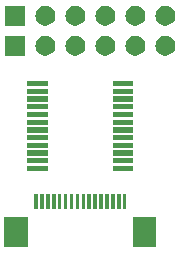
<source format=gbr>
%TF.GenerationSoftware,KiCad,Pcbnew,8.0.8-8.0.8-0~ubuntu24.04.1*%
%TF.CreationDate,2025-03-22T16:56:25+00:00*%
%TF.ProjectId,FSRrayDMUX-ADC,46535272-6179-4444-9d55-582d4144432e,rev?*%
%TF.SameCoordinates,Original*%
%TF.FileFunction,Soldermask,Top*%
%TF.FilePolarity,Negative*%
%FSLAX46Y46*%
G04 Gerber Fmt 4.6, Leading zero omitted, Abs format (unit mm)*
G04 Created by KiCad (PCBNEW 8.0.8-8.0.8-0~ubuntu24.04.1) date 2025-03-22 16:56:25*
%MOMM*%
%LPD*%
G01*
G04 APERTURE LIST*
G04 APERTURE END LIST*
G36*
X149560000Y-142540000D02*
G01*
X147560000Y-142540000D01*
X147560000Y-140040000D01*
X149560000Y-140040000D01*
X149560000Y-142540000D01*
G37*
G36*
X160440000Y-142540000D02*
G01*
X158440000Y-142540000D01*
X158440000Y-140040000D01*
X160440000Y-140040000D01*
X160440000Y-142540000D01*
G37*
G36*
X150400000Y-139335000D02*
G01*
X150100000Y-139335000D01*
X150100000Y-138085000D01*
X150400000Y-138085000D01*
X150400000Y-139335000D01*
G37*
G36*
X150900000Y-139335000D02*
G01*
X150600000Y-139335000D01*
X150600000Y-138085000D01*
X150900000Y-138085000D01*
X150900000Y-139335000D01*
G37*
G36*
X151400000Y-139335000D02*
G01*
X151100000Y-139335000D01*
X151100000Y-138085000D01*
X151400000Y-138085000D01*
X151400000Y-139335000D01*
G37*
G36*
X151900000Y-139335000D02*
G01*
X151600000Y-139335000D01*
X151600000Y-138085000D01*
X151900000Y-138085000D01*
X151900000Y-139335000D01*
G37*
G36*
X152400000Y-139335000D02*
G01*
X152100000Y-139335000D01*
X152100000Y-138085000D01*
X152400000Y-138085000D01*
X152400000Y-139335000D01*
G37*
G36*
X152900000Y-139335000D02*
G01*
X152600000Y-139335000D01*
X152600000Y-138085000D01*
X152900000Y-138085000D01*
X152900000Y-139335000D01*
G37*
G36*
X153400000Y-139335000D02*
G01*
X153100000Y-139335000D01*
X153100000Y-138085000D01*
X153400000Y-138085000D01*
X153400000Y-139335000D01*
G37*
G36*
X153900000Y-139335000D02*
G01*
X153600000Y-139335000D01*
X153600000Y-138085000D01*
X153900000Y-138085000D01*
X153900000Y-139335000D01*
G37*
G36*
X154400000Y-139335000D02*
G01*
X154100000Y-139335000D01*
X154100000Y-138085000D01*
X154400000Y-138085000D01*
X154400000Y-139335000D01*
G37*
G36*
X154900000Y-139335000D02*
G01*
X154600000Y-139335000D01*
X154600000Y-138085000D01*
X154900000Y-138085000D01*
X154900000Y-139335000D01*
G37*
G36*
X155400000Y-139335000D02*
G01*
X155100000Y-139335000D01*
X155100000Y-138085000D01*
X155400000Y-138085000D01*
X155400000Y-139335000D01*
G37*
G36*
X155900000Y-139335000D02*
G01*
X155600000Y-139335000D01*
X155600000Y-138085000D01*
X155900000Y-138085000D01*
X155900000Y-139335000D01*
G37*
G36*
X156400000Y-139335000D02*
G01*
X156100000Y-139335000D01*
X156100000Y-138085000D01*
X156400000Y-138085000D01*
X156400000Y-139335000D01*
G37*
G36*
X156900000Y-139335000D02*
G01*
X156600000Y-139335000D01*
X156600000Y-138085000D01*
X156900000Y-138085000D01*
X156900000Y-139335000D01*
G37*
G36*
X157400000Y-139335000D02*
G01*
X157100000Y-139335000D01*
X157100000Y-138085000D01*
X157400000Y-138085000D01*
X157400000Y-139335000D01*
G37*
G36*
X157900000Y-139335000D02*
G01*
X157600000Y-139335000D01*
X157600000Y-138085000D01*
X157900000Y-138085000D01*
X157900000Y-139335000D01*
G37*
G36*
X151275000Y-136100000D02*
G01*
X149525000Y-136100000D01*
X149525000Y-135650000D01*
X151275000Y-135650000D01*
X151275000Y-136100000D01*
G37*
G36*
X158475000Y-136100000D02*
G01*
X156725000Y-136100000D01*
X156725000Y-135650000D01*
X158475000Y-135650000D01*
X158475000Y-136100000D01*
G37*
G36*
X151275000Y-135450000D02*
G01*
X149525000Y-135450000D01*
X149525000Y-135000000D01*
X151275000Y-135000000D01*
X151275000Y-135450000D01*
G37*
G36*
X158475000Y-135450000D02*
G01*
X156725000Y-135450000D01*
X156725000Y-135000000D01*
X158475000Y-135000000D01*
X158475000Y-135450000D01*
G37*
G36*
X151275000Y-134800000D02*
G01*
X149525000Y-134800000D01*
X149525000Y-134350000D01*
X151275000Y-134350000D01*
X151275000Y-134800000D01*
G37*
G36*
X158475000Y-134800000D02*
G01*
X156725000Y-134800000D01*
X156725000Y-134350000D01*
X158475000Y-134350000D01*
X158475000Y-134800000D01*
G37*
G36*
X151275000Y-134150000D02*
G01*
X149525000Y-134150000D01*
X149525000Y-133700000D01*
X151275000Y-133700000D01*
X151275000Y-134150000D01*
G37*
G36*
X158475000Y-134150000D02*
G01*
X156725000Y-134150000D01*
X156725000Y-133700000D01*
X158475000Y-133700000D01*
X158475000Y-134150000D01*
G37*
G36*
X151275000Y-133500000D02*
G01*
X149525000Y-133500000D01*
X149525000Y-133050000D01*
X151275000Y-133050000D01*
X151275000Y-133500000D01*
G37*
G36*
X158475000Y-133500000D02*
G01*
X156725000Y-133500000D01*
X156725000Y-133050000D01*
X158475000Y-133050000D01*
X158475000Y-133500000D01*
G37*
G36*
X151275000Y-132850000D02*
G01*
X149525000Y-132850000D01*
X149525000Y-132400000D01*
X151275000Y-132400000D01*
X151275000Y-132850000D01*
G37*
G36*
X158475000Y-132850000D02*
G01*
X156725000Y-132850000D01*
X156725000Y-132400000D01*
X158475000Y-132400000D01*
X158475000Y-132850000D01*
G37*
G36*
X151275000Y-132200000D02*
G01*
X149525000Y-132200000D01*
X149525000Y-131750000D01*
X151275000Y-131750000D01*
X151275000Y-132200000D01*
G37*
G36*
X158475000Y-132200000D02*
G01*
X156725000Y-132200000D01*
X156725000Y-131750000D01*
X158475000Y-131750000D01*
X158475000Y-132200000D01*
G37*
G36*
X151275000Y-131550000D02*
G01*
X149525000Y-131550000D01*
X149525000Y-131100000D01*
X151275000Y-131100000D01*
X151275000Y-131550000D01*
G37*
G36*
X158475000Y-131550000D02*
G01*
X156725000Y-131550000D01*
X156725000Y-131100000D01*
X158475000Y-131100000D01*
X158475000Y-131550000D01*
G37*
G36*
X151275000Y-130900000D02*
G01*
X149525000Y-130900000D01*
X149525000Y-130450000D01*
X151275000Y-130450000D01*
X151275000Y-130900000D01*
G37*
G36*
X158475000Y-130900000D02*
G01*
X156725000Y-130900000D01*
X156725000Y-130450000D01*
X158475000Y-130450000D01*
X158475000Y-130900000D01*
G37*
G36*
X151275000Y-130250000D02*
G01*
X149525000Y-130250000D01*
X149525000Y-129800000D01*
X151275000Y-129800000D01*
X151275000Y-130250000D01*
G37*
G36*
X158475000Y-130250000D02*
G01*
X156725000Y-130250000D01*
X156725000Y-129800000D01*
X158475000Y-129800000D01*
X158475000Y-130250000D01*
G37*
G36*
X151275000Y-129600000D02*
G01*
X149525000Y-129600000D01*
X149525000Y-129150000D01*
X151275000Y-129150000D01*
X151275000Y-129600000D01*
G37*
G36*
X158475000Y-129600000D02*
G01*
X156725000Y-129600000D01*
X156725000Y-129150000D01*
X158475000Y-129150000D01*
X158475000Y-129600000D01*
G37*
G36*
X151275000Y-128950000D02*
G01*
X149525000Y-128950000D01*
X149525000Y-128500000D01*
X151275000Y-128500000D01*
X151275000Y-128950000D01*
G37*
G36*
X158475000Y-128950000D02*
G01*
X156725000Y-128950000D01*
X156725000Y-128500000D01*
X158475000Y-128500000D01*
X158475000Y-128950000D01*
G37*
G36*
X149350000Y-126350000D02*
G01*
X147650000Y-126350000D01*
X147650000Y-124650000D01*
X149350000Y-124650000D01*
X149350000Y-126350000D01*
G37*
G36*
X151302664Y-124691602D02*
G01*
X151465000Y-124763878D01*
X151608761Y-124868327D01*
X151727664Y-125000383D01*
X151816514Y-125154274D01*
X151871425Y-125323275D01*
X151890000Y-125500000D01*
X151871425Y-125676725D01*
X151816514Y-125845726D01*
X151727664Y-125999617D01*
X151608761Y-126131673D01*
X151465000Y-126236122D01*
X151302664Y-126308398D01*
X151128849Y-126345344D01*
X150951151Y-126345344D01*
X150777336Y-126308398D01*
X150615000Y-126236122D01*
X150471239Y-126131673D01*
X150352336Y-125999617D01*
X150263486Y-125845726D01*
X150208575Y-125676725D01*
X150190000Y-125500000D01*
X150208575Y-125323275D01*
X150263486Y-125154274D01*
X150352336Y-125000383D01*
X150471239Y-124868327D01*
X150615000Y-124763878D01*
X150777336Y-124691602D01*
X150951151Y-124654656D01*
X151128849Y-124654656D01*
X151302664Y-124691602D01*
G37*
G36*
X153842664Y-124691602D02*
G01*
X154005000Y-124763878D01*
X154148761Y-124868327D01*
X154267664Y-125000383D01*
X154356514Y-125154274D01*
X154411425Y-125323275D01*
X154430000Y-125500000D01*
X154411425Y-125676725D01*
X154356514Y-125845726D01*
X154267664Y-125999617D01*
X154148761Y-126131673D01*
X154005000Y-126236122D01*
X153842664Y-126308398D01*
X153668849Y-126345344D01*
X153491151Y-126345344D01*
X153317336Y-126308398D01*
X153155000Y-126236122D01*
X153011239Y-126131673D01*
X152892336Y-125999617D01*
X152803486Y-125845726D01*
X152748575Y-125676725D01*
X152730000Y-125500000D01*
X152748575Y-125323275D01*
X152803486Y-125154274D01*
X152892336Y-125000383D01*
X153011239Y-124868327D01*
X153155000Y-124763878D01*
X153317336Y-124691602D01*
X153491151Y-124654656D01*
X153668849Y-124654656D01*
X153842664Y-124691602D01*
G37*
G36*
X156382664Y-124691602D02*
G01*
X156545000Y-124763878D01*
X156688761Y-124868327D01*
X156807664Y-125000383D01*
X156896514Y-125154274D01*
X156951425Y-125323275D01*
X156970000Y-125500000D01*
X156951425Y-125676725D01*
X156896514Y-125845726D01*
X156807664Y-125999617D01*
X156688761Y-126131673D01*
X156545000Y-126236122D01*
X156382664Y-126308398D01*
X156208849Y-126345344D01*
X156031151Y-126345344D01*
X155857336Y-126308398D01*
X155695000Y-126236122D01*
X155551239Y-126131673D01*
X155432336Y-125999617D01*
X155343486Y-125845726D01*
X155288575Y-125676725D01*
X155270000Y-125500000D01*
X155288575Y-125323275D01*
X155343486Y-125154274D01*
X155432336Y-125000383D01*
X155551239Y-124868327D01*
X155695000Y-124763878D01*
X155857336Y-124691602D01*
X156031151Y-124654656D01*
X156208849Y-124654656D01*
X156382664Y-124691602D01*
G37*
G36*
X158922664Y-124691602D02*
G01*
X159085000Y-124763878D01*
X159228761Y-124868327D01*
X159347664Y-125000383D01*
X159436514Y-125154274D01*
X159491425Y-125323275D01*
X159510000Y-125500000D01*
X159491425Y-125676725D01*
X159436514Y-125845726D01*
X159347664Y-125999617D01*
X159228761Y-126131673D01*
X159085000Y-126236122D01*
X158922664Y-126308398D01*
X158748849Y-126345344D01*
X158571151Y-126345344D01*
X158397336Y-126308398D01*
X158235000Y-126236122D01*
X158091239Y-126131673D01*
X157972336Y-125999617D01*
X157883486Y-125845726D01*
X157828575Y-125676725D01*
X157810000Y-125500000D01*
X157828575Y-125323275D01*
X157883486Y-125154274D01*
X157972336Y-125000383D01*
X158091239Y-124868327D01*
X158235000Y-124763878D01*
X158397336Y-124691602D01*
X158571151Y-124654656D01*
X158748849Y-124654656D01*
X158922664Y-124691602D01*
G37*
G36*
X161462664Y-124691602D02*
G01*
X161625000Y-124763878D01*
X161768761Y-124868327D01*
X161887664Y-125000383D01*
X161976514Y-125154274D01*
X162031425Y-125323275D01*
X162050000Y-125500000D01*
X162031425Y-125676725D01*
X161976514Y-125845726D01*
X161887664Y-125999617D01*
X161768761Y-126131673D01*
X161625000Y-126236122D01*
X161462664Y-126308398D01*
X161288849Y-126345344D01*
X161111151Y-126345344D01*
X160937336Y-126308398D01*
X160775000Y-126236122D01*
X160631239Y-126131673D01*
X160512336Y-125999617D01*
X160423486Y-125845726D01*
X160368575Y-125676725D01*
X160350000Y-125500000D01*
X160368575Y-125323275D01*
X160423486Y-125154274D01*
X160512336Y-125000383D01*
X160631239Y-124868327D01*
X160775000Y-124763878D01*
X160937336Y-124691602D01*
X161111151Y-124654656D01*
X161288849Y-124654656D01*
X161462664Y-124691602D01*
G37*
G36*
X149350000Y-123810000D02*
G01*
X147650000Y-123810000D01*
X147650000Y-122110000D01*
X149350000Y-122110000D01*
X149350000Y-123810000D01*
G37*
G36*
X151302664Y-122151602D02*
G01*
X151465000Y-122223878D01*
X151608761Y-122328327D01*
X151727664Y-122460383D01*
X151816514Y-122614274D01*
X151871425Y-122783275D01*
X151890000Y-122960000D01*
X151871425Y-123136725D01*
X151816514Y-123305726D01*
X151727664Y-123459617D01*
X151608761Y-123591673D01*
X151465000Y-123696122D01*
X151302664Y-123768398D01*
X151128849Y-123805344D01*
X150951151Y-123805344D01*
X150777336Y-123768398D01*
X150615000Y-123696122D01*
X150471239Y-123591673D01*
X150352336Y-123459617D01*
X150263486Y-123305726D01*
X150208575Y-123136725D01*
X150190000Y-122960000D01*
X150208575Y-122783275D01*
X150263486Y-122614274D01*
X150352336Y-122460383D01*
X150471239Y-122328327D01*
X150615000Y-122223878D01*
X150777336Y-122151602D01*
X150951151Y-122114656D01*
X151128849Y-122114656D01*
X151302664Y-122151602D01*
G37*
G36*
X153842664Y-122151602D02*
G01*
X154005000Y-122223878D01*
X154148761Y-122328327D01*
X154267664Y-122460383D01*
X154356514Y-122614274D01*
X154411425Y-122783275D01*
X154430000Y-122960000D01*
X154411425Y-123136725D01*
X154356514Y-123305726D01*
X154267664Y-123459617D01*
X154148761Y-123591673D01*
X154005000Y-123696122D01*
X153842664Y-123768398D01*
X153668849Y-123805344D01*
X153491151Y-123805344D01*
X153317336Y-123768398D01*
X153155000Y-123696122D01*
X153011239Y-123591673D01*
X152892336Y-123459617D01*
X152803486Y-123305726D01*
X152748575Y-123136725D01*
X152730000Y-122960000D01*
X152748575Y-122783275D01*
X152803486Y-122614274D01*
X152892336Y-122460383D01*
X153011239Y-122328327D01*
X153155000Y-122223878D01*
X153317336Y-122151602D01*
X153491151Y-122114656D01*
X153668849Y-122114656D01*
X153842664Y-122151602D01*
G37*
G36*
X156382664Y-122151602D02*
G01*
X156545000Y-122223878D01*
X156688761Y-122328327D01*
X156807664Y-122460383D01*
X156896514Y-122614274D01*
X156951425Y-122783275D01*
X156970000Y-122960000D01*
X156951425Y-123136725D01*
X156896514Y-123305726D01*
X156807664Y-123459617D01*
X156688761Y-123591673D01*
X156545000Y-123696122D01*
X156382664Y-123768398D01*
X156208849Y-123805344D01*
X156031151Y-123805344D01*
X155857336Y-123768398D01*
X155695000Y-123696122D01*
X155551239Y-123591673D01*
X155432336Y-123459617D01*
X155343486Y-123305726D01*
X155288575Y-123136725D01*
X155270000Y-122960000D01*
X155288575Y-122783275D01*
X155343486Y-122614274D01*
X155432336Y-122460383D01*
X155551239Y-122328327D01*
X155695000Y-122223878D01*
X155857336Y-122151602D01*
X156031151Y-122114656D01*
X156208849Y-122114656D01*
X156382664Y-122151602D01*
G37*
G36*
X158922664Y-122151602D02*
G01*
X159085000Y-122223878D01*
X159228761Y-122328327D01*
X159347664Y-122460383D01*
X159436514Y-122614274D01*
X159491425Y-122783275D01*
X159510000Y-122960000D01*
X159491425Y-123136725D01*
X159436514Y-123305726D01*
X159347664Y-123459617D01*
X159228761Y-123591673D01*
X159085000Y-123696122D01*
X158922664Y-123768398D01*
X158748849Y-123805344D01*
X158571151Y-123805344D01*
X158397336Y-123768398D01*
X158235000Y-123696122D01*
X158091239Y-123591673D01*
X157972336Y-123459617D01*
X157883486Y-123305726D01*
X157828575Y-123136725D01*
X157810000Y-122960000D01*
X157828575Y-122783275D01*
X157883486Y-122614274D01*
X157972336Y-122460383D01*
X158091239Y-122328327D01*
X158235000Y-122223878D01*
X158397336Y-122151602D01*
X158571151Y-122114656D01*
X158748849Y-122114656D01*
X158922664Y-122151602D01*
G37*
G36*
X161462664Y-122151602D02*
G01*
X161625000Y-122223878D01*
X161768761Y-122328327D01*
X161887664Y-122460383D01*
X161976514Y-122614274D01*
X162031425Y-122783275D01*
X162050000Y-122960000D01*
X162031425Y-123136725D01*
X161976514Y-123305726D01*
X161887664Y-123459617D01*
X161768761Y-123591673D01*
X161625000Y-123696122D01*
X161462664Y-123768398D01*
X161288849Y-123805344D01*
X161111151Y-123805344D01*
X160937336Y-123768398D01*
X160775000Y-123696122D01*
X160631239Y-123591673D01*
X160512336Y-123459617D01*
X160423486Y-123305726D01*
X160368575Y-123136725D01*
X160350000Y-122960000D01*
X160368575Y-122783275D01*
X160423486Y-122614274D01*
X160512336Y-122460383D01*
X160631239Y-122328327D01*
X160775000Y-122223878D01*
X160937336Y-122151602D01*
X161111151Y-122114656D01*
X161288849Y-122114656D01*
X161462664Y-122151602D01*
G37*
M02*

</source>
